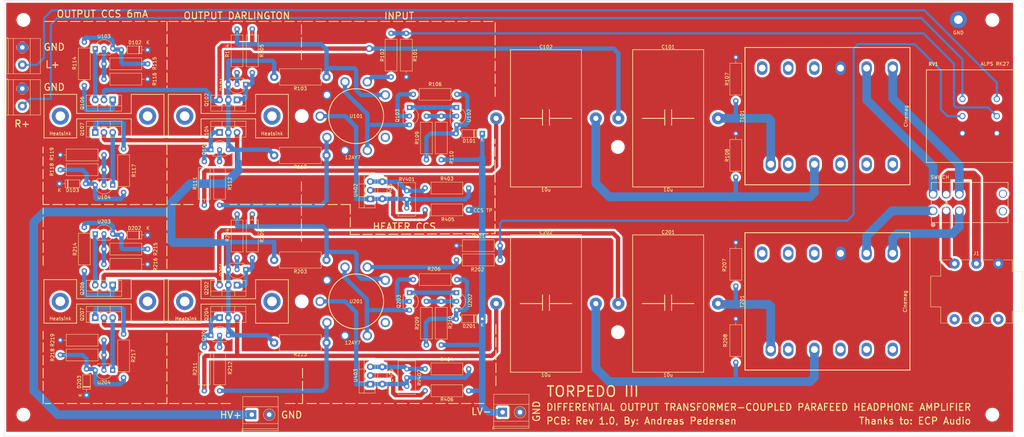
<source format=kicad_pcb>
(kicad_pcb (version 20221018) (generator pcbnew)
  (layers (0 "F.Cu" signal) (31 "B.Cu" signal) (34 "B.Paste" user) (35 "F.Paste" user) (36 "B.SilkS" user "B.Silkscreen") (37 "F.SilkS" user "F.Silkscreen") (38 "B.Mask" user) (39 "F.Mask" user) (44 "Edge.Cuts" user))
  (net 0 "")
  (net 1 "Net-(T101-AA)")
  (net 2 "GNDREF")
  (net 3 "Net-(T101-AB)")
  (net 4 "/Torpedo-iii-right/CCS+")
  (net 5 "VDC")
  (net 6 "Net-(T201-AA)")
  (net 7 "/Torpedo-iii-right/CCS-")
  (net 8 "Net-(T201-AB)")
  (net 9 "Net-(U402-VO)")
  (net 10 "Net-(U403-VO)")
  (net 11 "V-")
  (net 12 "Net-(D101-A)")
  (net 13 "Net-(D102-A)")
  (net 14 "Net-(D103-A)")
  (net 15 "Net-(D201-A)")
  (net 16 "Net-(D202-A)")
  (net 17 "Net-(D203-A)")
  (net 18 "/Torpedo-iii-left/CCS-")
  (net 19 "/Torpedo-iii-left/CCS+")
  (net 20 "Net-(Q101-E)")
  (net 21 "Net-(Q101-B)")
  (net 22 "Net-(Q103-S)")
  (net 23 "Net-(Q103-G)")
  (net 24 "Net-(Q103-D)")
  (net 25 "Net-(Q104-B)")
  (net 26 "Net-(Q105-B)")
  (net 27 "Net-(Q106-Pad1)")
  (net 28 "Net-(Q106-Pad3)")
  (net 29 "Net-(Q107-Pad1)")
  (net 30 "Net-(Q107-Pad3)")
  (net 31 "Net-(Q201-E)")
  (net 32 "Net-(Q201-B)")
  (net 33 "Net-(Q203-S)")
  (net 34 "Net-(Q203-G)")
  (net 35 "Net-(Q203-D)")
  (net 36 "Net-(Q204-B)")
  (net 37 "Net-(Q205-B)")
  (net 38 "Net-(Q206-Pad1)")
  (net 39 "Net-(Q206-Pad3)")
  (net 40 "Net-(Q207-Pad1)")
  (net 41 "Net-(Q207-Pad3)")
  (net 42 "Net-(U101A-G)")
  (net 43 "Net-(U101A-A)")
  (net 44 "Net-(R109-Pad2)")
  (net 45 "Net-(U101B-A)")
  (net 46 "Net-(R115-Pad2)")
  (net 47 "Net-(R118-Pad2)")
  (net 48 "Net-(U201A-G)")
  (net 49 "Net-(U201A-A)")
  (net 50 "Net-(R209-Pad2)")
  (net 51 "Net-(U201B-A)")
  (net 52 "Net-(R215-Pad2)")
  (net 53 "Net-(R218-Pad2)")
  (net 54 "Net-(T101-SB)")
  (net 55 "Net-(T101-SC)")
  (net 58 "HeaterCCS1")
  (net 59 "HeaterCCS2")
  (net 60 "Net-(U402-VI)")
  (net 61 "input-left")
  (net 62 "amp_in_L")
  (net 63 "amp_in_R")
  (net 64 "input-right")
  (net 65 "Net-(U403-VI)")
  (net 66 "out-winding-R-2")
  (net 67 "out-winding-R-1")
  (net 68 "out-R")
  (net 71 "out-L")
  (footprint "Resistor_THT:R_Axial_DIN0309_L9.0mm_D3.2mm_P12.70mm_Horizontal" (layer "F.Cu") (at 108.14734 76.23 180)
    (fp_text reference "R116")
    (fp_text value "2680R")
  )
  (footprint "Resistor_THT:R_Axial_DIN0309_L9.0mm_D3.2mm_P12.70mm_Horizontal" (layer "F.Cu") (at 210.75 128.935 180)
    (fp_text reference "R202")
    (fp_text value "1k")
  )
  (footprint "TerminalBlock_Phoenix:TerminalBlock_Phoenix_MKDS-1,5-2-5.08_1x02_P5.08mm_Horizontal" (layer "F.Cu") (at 138.455 174)
    (fp_text reference "J2" hide)
    (fp_text value "5.08mm Terminal")
  )
  (footprint "Package_TO_SOT_THT:TO-92_Inline_Wide" (layer "F.Cu") (at 92.90734 67.34)
    (fp_text reference "U103")
    (fp_text value "LM334Z")
  )
  (footprint "Package_TO_SOT_THT:TO-220-3_Vertical" (layer "F.Cu") (at 97.98734 82.27 180)
    (fp_text reference "Q106")
    (fp_text value "~" hide)
  )
  (footprint "Potentiometer_THT:Potentiometer_Bourns_3296W_Vertical" (layer "F.Cu") (at 183.572 113.832 -90)
    (fp_text reference "RV401")
    (fp_text value "200R")
  )
  (footprint "Package_TO_SOT_THT:TO-92_Inline_Wide" (layer "F.Cu") (at 184.355 84.485 -90)
    (fp_text reference "Q103")
    (fp_text value "DN2540N3-G")
  )
  (footprint "CustomAltiumFootprint:Mundorf Evo 10u" (layer "F.Cu") (at 224.085 141.635)
    (fp_text reference "C202")
    (fp_text value "10u")
  )
  (footprint "Resistor_THT:R_Axial_DIN0309_L9.0mm_D3.2mm_P12.70mm_Horizontal" (layer "F.Cu") (at 89.73234 119.42 -90)
    (fp_text reference "R214")
    (fp_text value "100")
  )
  (footprint "MountingHole:MountingHole_2.5mm_Pad" (layer "F.Cu") (at 344.1 58.9)
    (fp_text reference "H9" hide)
    (fp_text value "RK27 GND")
  )
  (footprint "Resistor_THT:R_Axial_DIN0309_L9.0mm_D3.2mm_P12.70mm_Horizontal" (layer "F.Cu") (at 101.16234 163.225 90)
    (fp_text reference "R217")
    (fp_text value "100")
  )
  (footprint "Resistor_THT:R_Axial_DIN0309_L9.0mm_D3.2mm_P12.70mm_Horizontal" (layer "F.Cu") (at 189.287 99.725 90)
    (fp_text reference "R109")
    (fp_text value "268R")
  )
  (footprint "TerminalBlock_Phoenix:TerminalBlock_Phoenix_MKDS-1,5-2-5.08_1x02_P5.08mm_Horizontal" (layer "F.Cu") (at 211.455 173.305)
    (fp_text reference "J3" hide)
    (fp_text value "5.08mm Terminal")
  )
  (footprint "CustomAltiumFootprint:513102B02500G" (layer "F.Cu") (at 95.44734 87.025)
    (fp_text reference "HS102" hide)
    (fp_text value "Heatsink")
  )
  (footprint "Resistor_THT:R_Axial_DIN0414_L11.9mm_D4.5mm_P15.24mm_Horizontal" (layer "F.Cu") (at 160.21734 75.595 180)
    (fp_text reference "R103")
    (fp_text value "100k")
  )
  (footprint "Resistor_THT:R_Axial_DIN0309_L9.0mm_D3.2mm_P12.70mm_Horizontal" (layer "F.Cu") (at 188.906 107.98)
    (fp_text reference "R403")
    (fp_text value "8.33")
  )
  (footprint "Package_TO_SOT_THT:TO-220-3_Vertical" (layer "F.Cu") (at 172.96 111.155 90)
    (fp_text reference "U402")
    (fp_text value "LM337")
  )
  (footprint "Resistor_THT:R_Axial_DIN0309_L9.0mm_D3.2mm_P12.70mm_Horizontal" (layer "F.Cu") (at 124.644 112.954 90)
    (fp_text reference "R111")
    (fp_text value "1k")
  )
  (footprint "Resistor_THT:R_Axial_DIN0309_L9.0mm_D3.2mm_P12.70mm_Horizontal" (layer "F.Cu") (at 134.169 61.646 -90)
    (fp_text reference "R104")
    (fp_text value "1k")
  )
  (footprint "Resistor_THT:R_Axial_DIN0309_L9.0mm_D3.2mm_P12.70mm_Horizontal" (layer "F.Cu") (at 193.605 153.7 90)
    (fp_text reference "R210")
    (fp_text value "2680R")
  )
  (footprint "MountingHole:MountingHole_3.5mm" (layer "F.Cu") (at 354 174)
    (fp_text reference "H7" hide)
    (fp_text value "MountingHole")
  )
  (footprint "Package_TO_SOT_THT:TO-220-3_Vertical" (layer "F.Cu") (at 92.90734 145.755)
    (fp_text reference "Q207")
    (fp_text value "~")
  )
  (footprint "Package_TO_SOT_THT:TO-220-3_Vertical" (layer "F.Cu") (at 134.18234 136.245 180)
    (fp_text reference "Q202")
    (fp_text value "2SC4793")
  )
  (footprint "Resistor_THT:R_Axial_DIN0414_L11.9mm_D4.5mm_P15.24mm_Horizontal" (layer "F.Cu") (at 160.21734 153.065 180)
    (fp_text reference "R213")
    (fp_text value "100k")
  )
  (footprint "Connector_Audio:Jack_6.35mm_Neutrik_NMJ6HCD2_Horizontal" (layer "F.Cu") (at 343 130)
    (fp_text reference "J1")
    (fp_text value "NMJ6HCD2")
  )
  (footprint "MountingHole:MountingHole_3.5mm" (layer "F.Cu") (at 354 59)
    (fp_text reference "H5" hide)
    (fp_text value "MountingHole")
  )
  (footprint "CustomAltiumFootprint:513102B02500G" (layer "F.Cu") (at 95.434 141)
    (fp_text reference "HS201" hide)
    (fp_text value "Heatsink")
  )
  (footprint "Resistor_THT:R_Axial_DIN0309_L9.0mm_D3.2mm_P12.70mm_Horizontal" (layer "F.Cu") (at 108.14734 71.785 180)
    (fp_text reference "R115")
    (fp_text value "268R")
  )
  (footprint "Package_TO_SOT_THT:TO-220-3_Vertical" (layer "F.Cu") (at 92.90734 91.78)
    (fp_text reference "Q107")
    (fp_text value "~" hide)
  )
  (footprint "Capacitor_THT:C_Disc_D7.5mm_W2.5mm_P5.00mm" (layer "F.Cu") (at 176.46 165.09 90)
    (fp_text reference "C406")
    (fp_text value "1u")
  )
  (footprint "CustomAltiumFootprint:Mundorf Evo 10u" (layer "F.Cu") (at 224.085 87.66)
    (fp_text reference "C102")
    (fp_text value "10u")
  )
  (footprint "Resistor_THT:R_Axial_DIN0414_L11.9mm_D4.5mm_P15.24mm_Horizontal" (layer "F.Cu") (at 160.21734 98.455 180)
    (fp_text reference "R113")
    (fp_text value "100k")
  )
  (footprint "Package_TO_SOT_THT:TO-220-3_Vertical" (layer "F.Cu") (at 134.18234 82.27 180)
    (fp_text reference "Q102")
    (fp_text value "2SC4793")
  )
  (footprint "CustomAltiumFootprint:Cinemag CM-15615PC" (layer "F.Cu") (at 306 87.025 90)
    (fp_text reference "T101")
    (fp_text value "Cinemag")
  )
  (footprint "Package_TO_SOT_THT:TO-92_Inline_Wide" (layer "F.Cu") (at 126.56234 150.885)
    (fp_text reference "Q205")
    (fp_text value "KSP42")
  )
  (footprint "CustomAltiumFootprint:513102B02500G" (layer "F.Cu") (at 131.64234 87.025)
    (fp_text reference "HS101" hide)
    (fp_text value "Heatsink")
  )
  (footprint "Diode_THT:D_DO-35_SOD27_P7.62mm_Horizontal" (layer "F.Cu") (at 205.543 146.08 180)
    (fp_text reference "D201")
    (fp_text value "1N457")
  )
  (footprint "MountingHole:MountingHole_3.5mm" (layer "F.Cu") (at 153 87)
    (fp_text reference "H8" hide)
    (fp_text value "MountingHole")
  )
  (footprint "Package_TO_SOT_THT:TO-92_Inline_Wide" (layer "F.Cu") (at 97.98734 161.066 180)
    (fp_text reference "U204")
    (fp_text value "LM334Z")
  )
  (footprint "MountingHole:MountingHole_3.5mm" (layer "F.Cu") (at 72 174)
    (fp_text reference "H1" hide)
    (fp_text value "MountingHole")
  )
  (footprint "Resistor_THT:R_Axial_DIN0309_L9.0mm_D3.2mm_P12.70mm_Horizontal" (layer "F.Cu") (at 129.10234 167.035 90)
    (fp_text reference "R212")
    (fp_text value "1k")
  )
  (footprint "Package_TO_SOT_THT:TO-92_Inline_Wide" (layer "F.Cu") (at 198.071 84.485 -90)
    (fp_text reference "U102")
    (fp_text value "LM334Z")
  )
  (footprint "Diode_THT:D_DO-35_SOD27_P7.62mm_Horizontal" (layer "F.Cu") (at 108.134 121.696 180)
    (fp_text reference "D202")
    (fp_text value "1N457")
  )
  (footprint "CustomAltiumFootprint:12AY7" (layer "F.Cu") (at 168.84 87.025)
    (fp_text reference "U101")
    (fp_text value "12AY7")
  )
  (footprint "Resistor_THT:R_Axial_DIN0309_L9.0mm_D3.2mm_P12.70mm_Horizontal" (layer "F.Cu") (at 129.089 112.954 90)
    (fp_text reference "R112")
    (fp_text value "1k")
  )
  (footprint "Capacitor_THT:C_Disc_D7.5mm_W2.5mm_P5.00mm" (layer "F.Cu") (at 176.46 111.115 90)
    (fp_text reference "C405")
    (fp_text value "1u")
  )
  (footprint "CustomKicadFootprint:Alps RK27 Stereo" (layer "F.Cu") (at 355.295 87.025)
    (fp_text reference "RV1")
    (fp_text value "Alps RK27")
  )
  (footprint "Resistor_THT:R_Axial_DIN0309_L9.0mm_D3.2mm_P12.70mm_Horizontal" (layer "F.Cu") (at 138.614 61.646 -90)
    (fp_text reference "R105")
    (fp_text value "1k")
  )
  (footprint "TerminalBlock_Phoenix:TerminalBlock_Phoenix_MKDS-1,5-2-5.08_1x02_P5.08mm_Horizontal" (layer "F.Cu") (at 71.695 79 -90)
    (fp_text reference "J5" hide)
    (fp_text value "5.08mm Terminal")
  )
  (footprint "Package_TO_SOT_THT:TO-92_Inline_Wide" (layer "F.Cu") (at 97.98734 107.091 180)
    (fp_text reference "U104")
    (fp_text value "LM334Z")
  )
  (footprint "Resistor_THT:R_Axial_DIN0309_L9.0mm_D3.2mm_P12.70mm_Horizontal" (layer "F.Cu") (at 279.33 146.08 -90)
    (fp_text reference "R208")
    (fp_text value "1M")
  )
  (footprint "Resistor_THT:R_Axial_DIN0309_L9.0mm_D3.2mm_P12.70mm_Horizontal" (layer "F.Cu") (at 82.74734 102.646)
    (fp_text reference "R118")
    (fp_text value "268R")
  )
  (footprint "CustomAltiumFootprint:Mundorf Evo 10u" (layer "F.Cu") (at 259.645 87.66)
    (fp_text reference "C101")
    (fp_text value "10u")
  )
  (footprint "Package_TO_SOT_THT:TO-92_Inline_Wide" (layer "F.Cu") (at 92.90734 121.315)
    (fp_text reference "U203")
    (fp_text value "LM334Z")
  )
  (footprint "Resistor_THT:R_Axial_DIN0309_L9.0mm_D3.2mm_P12.70mm_Horizontal" (layer "F.Cu") (at 198.177 134.65 180)
    (fp_text reference "R206")
    (fp_text value "100")
  )
  (footprint "Resistor_THT:R_Axial_DIN0309_L9.0mm_D3.2mm_P12.70mm_Horizontal" (layer "F.Cu") (at 108.14734 125.76 180)
    (fp_text reference "R215")
    (fp_text value "268R")
  )
  (footprint "Package_TO_SOT_THT:TO-92_Inline_Wide" (layer "F.Cu") (at 136.72234 131.729 180)
    (fp_text reference "Q201")
    (fp_text value "KSP42")
  )
  (footprint "Diode_THT:D_DO-35_SOD27_P7.62mm_Horizontal" (layer "F.Cu") (at 108.134 67.721 180)
    (fp_text reference "D102")
    (fp_text value "1N457")
  )
  (footprint "Resistor_THT:R_Axial_DIN0309_L9.0mm_D3.2mm_P12.70mm_Horizontal" (layer "F.Cu") (at 101.16234 109.25 90)
    (fp_text reference "R117")
    (fp_text value "100")
  )
  (footprint "Package_TO_SOT_THT:TO-220-3_Vertical" (layer "F.Cu") (at 97.98734 136.245 180)
    (fp_text reference "Q206")
    (fp_text value "~" hide)
  )
  (footprint "Resistor_THT:R_Axial_DIN0414_L11.9mm_D4.5mm_P15.24mm_Horizontal" (layer "F.Cu") (at 160.21734 128.935 180)
    (fp_text reference "R203")
    (fp_text value "100k")
  )
  (footprint "Resistor_THT:R_Axial_DIN0309_L9.0mm_D3.2mm_P12.70mm_Horizontal" (layer "F.Cu") (at 193.605 99.725 90)
    (fp_text reference "R110")
    (fp_text value "2680R")
  )
  (footprint "Resistor_THT:R_Axial_DIN0309_L9.0mm_D3.2mm_P12.70mm_Horizontal" (layer "F.Cu") (at 189.287 153.7 90)
    (fp_text reference "R209")
    (fp_text value "26.8R")
  )
  (footprint "CustomKicadFootprint:100DP1T2B4M7QE_EWI" (layer "F.Cu") (at 357.07 112.105)
    (fp_text reference "SW1")
    (fp_text value "100DP1T2B4M7QE")
  )
  (footprint "Resistor_THT:R_Axial_DIN0309_L9.0mm_D3.2mm_P12.70mm_Horizontal" (layer "F.Cu") (at 279.33 69.88 -90)
    (fp_text reference "R107")
    (fp_text value "1M")
  )
  (footprint "Resistor_THT:R_Axial_DIN0309_L9.0mm_D3.2mm_P12.70mm_Horizontal" (layer "F.Cu") (at 82.74734 98.328)
    (fp_text reference "R119")
    (fp_text value "2680R")
  )
  (footprint "Resistor_THT:R_Axial_DIN0309_L9.0mm_D3.2mm_P12.70mm_Horizontal" (layer "F.Cu") (at 279.33 92.105 -90)
    (fp_text reference "R108")
    (fp_text value "1M")
  )
  (footprint "Package_TO_SOT_THT:TO-92_Inline_Wide" (layer "F.Cu") (at 136.709 77.775 180)
    (fp_text reference "Q101")
    (fp_text value "KSP42")
  )
  (footprint "Resistor_THT:R_Axial_DIN0309_L9.0mm_D3.2mm_P12.70mm_Horizontal" (layer "F.Cu") (at 279.33 123.855 -90)
    (fp_text reference "R207")
    (fp_text value "1M")
  )
  (footprint "Package_TO_SOT_THT:TO-92_Inline_Wide" (layer "F.Cu") (at 198.071 138.46 -90)
    (fp_text reference "U202")
    (fp_text value "LM334Z")
  )
  (footprint "Package_TO_SOT_THT:TO-220-3_Vertical" (layer "F.Cu") (at 129.10234 91.78)
    (fp_text reference "Q104")
    (fp_text value "2SC4793")
  )
  (footprint "Resistor_THT:R_Axial_DIN0309_L9.0mm_D3.2mm_P12.70mm_Horizontal" (layer "F.Cu") (at 179 62.895 -90)
    (fp_text reference "R102")
    (fp_text value "1k")
  )
  (footprint "Resistor_THT:R_Axial_DIN0309_L9.0mm_D3.2mm_P12.70mm_Horizontal" (layer "F.Cu") (at 89.73234 65.435 -90)
    (fp_text reference "R114")
    (fp_text value "100")
  )
  (footprint "Resistor_THT:R_Axial_DIN0309_L9.0mm_D3.2mm_P12.70mm_Horizontal" (layer "F.Cu") (at 108.134 130.205 180)
    (fp_text reference "R216")
    (fp_text value "2680R")
  )
  (footprint "Package_TO_SOT_THT:TO-92_Inline_Wide" (layer "F.Cu") (at 126.549 96.804)
    (fp_text reference "Q105")
    (fp_text value "KSP42")
  )
  (footprint "MountingHole:MountingHole_3.5mm" (layer "F.Cu") (at 245 149.975)
    (fp_text reference "H6" hide)
    (fp_text value "MountingHole")
  )
  (footprint "Resistor_THT:R_Axial_DIN0309_L9.0mm_D3.2mm_P12.70mm_Horizontal" (layer "F.Cu") (at 138.62734 115.6 -90)
    (fp_text reference "R205")
    (fp_text value "1k")
  )
  (footprint "Diode_THT:D_DO-35_SOD27_P7.62mm_Horizontal" (layer "F.Cu") (at 82.48 106.71)
    (fp_text reference "D103")
    (fp_text value "1N457")
  )
  (footprint "Resistor_THT:R_Axial_DIN0309_L9.0mm_D3.2mm_P12.70mm_Horizontal" (layer "F.Cu") (at 134.18234 115.6 -90)
    (fp_text reference "R204")
    (fp_text value "1k")
  )
  (footprint "Resistor_THT:R_Axial_DIN0309_L9.0mm_D3.2mm_P12.70mm_Horizontal" (layer "F.Cu") (at 188.906 114.33)
    (fp_text reference "R405")
    (fp_text value "1R")
  )
  (footprint "Resistor_THT:R_Axial_DIN0309_L9.0mm_D3.2mm_P12.70mm_Horizontal" (layer "F.Cu") (at 188.906 167.035)
    (fp_text reference "R406")
    (fp_text value "1R")
  )
  (footprint "Resistor_THT:R_Axial_DIN0309_L9.0mm_D3.2mm_P12.70mm_Horizontal" (layer "F.Cu") (at 82.74734 156.621)
    (fp_text reference "R218")
    (fp_text value "268R")
  )
  (footprint "MountingHole:MountingHole_3.5mm" (layer "F.Cu") (at 72 59)
    (fp_text reference "H3" hide)
    (fp_text value "MountingHole")
  )
  (footprint "TerminalBlock_Phoenix:TerminalBlock_Phoenix_MKDS-1,5-2-5.08_1x02_P5.08mm_Horizontal" (layer "F.Cu") (at 71.695 67 -90)
    (fp_text reference "J4" hide)
    (fp_text value "5.08mm Terminal")
  )
  (footprint "CustomAltiumFootprint:513102B02500G" (layer "F.Cu") (at 131.64234 141.018)
    (fp_text reference "HS202" hide)
    (fp_text value "Heatsink")
  )
  (footprint "Resistor_THT:R_Axial_DIN0309_L9.0mm_D3.2mm_P12.70mm_Horizontal" (layer "F.Cu") (at 188.906 160.685)
    (fp_text reference "R404")
    (fp_text value "8.33")
  )
  (footprint "Diode_THT:D_DO-35_SOD27_P7.62mm_Horizontal" (layer "F.Cu") (at 90.36734 168.305 90)
    (fp_text reference "D203")
    (fp_text value "1N457")
  )
  (footprint "CustomAltiumFootprint:Mundorf Evo 10u" (layer "F.Cu") (at 259.645 141.635)
    (fp_text reference "C201")
    (fp_text value "10u")
  )
  (footprint "Resistor_THT:R_Axial_DIN0309_L9.0mm_D3.2mm_P12.70mm_Horizontal" (layer "F.Cu") (at 124.65734 167.035 90)
    (fp_text reference "R211")
    (fp_text value "1k")
  )
  (footprint "CustomAltiumFootprint:Cinemag CM-15615PC" (layer "F.Cu") (at 306 141 90)
    (fp_text reference "T201")
    (fp_text value "Cinemag")
  )
  (footprint "Resistor_THT:R_Axial_DIN0309_L9.0mm_D3.2mm_P12.70mm_Horizontal" (layer "F.Cu") (at 183.445 75.595 90)
    (fp_text reference "R101")
    (fp_text value "1M")
  )
  (footprint "MountingHole:MountingHole_3.5mm" (layer "F.Cu") (at 153 141)
    (fp_text reference "H2" hide)
    (fp_text value "MountingHole")
  )
  (footprint "MountingHole:MountingHole_3.5mm" (layer "F.Cu") (at 245 96)
    (fp_text reference "H4" hide)
    (fp_text value "MountingHole")
  )
  (footprint "Potentiometer_THT:Potentiometer_Bourns_3296W_Vertical" (layer "F.Cu") (at 183.572 165.765 -90)
    (fp_text reference "RV402")
    (fp_text value "200R")
  )
  (footprint "Resistor_THT:R_Axial_DIN0309_L9.0mm_D3.2mm_P12.70mm_Horizontal" (layer "F.Cu") (at 198.177 80.675 180)
    (fp_text reference "R106")
    (fp_text value "100")
  )
  (footprint "Resistor_THT:R_Axial_DIN0309_L9.0mm_D3.2mm_P12.70mm_Horizontal" (layer "F.Cu") (at 198.05 124.75734)
    (fp_text reference "R201")
    (fp_text value "1M")
  )
  (footprint "Package_TO_SOT_THT:TO-92_Inline_Wide" (layer "F.Cu") (at 184.355 138.46 -90)
    (fp_text reference "Q203")
    (fp_text value "DN2540N3-G")
  )
  (footprint "Diode_THT:D_DO-35_SOD27_P7.62mm_Horizontal" (layer "F.Cu") (at 205.543 92.105 180)
    (fp_text reference "D101")
    (fp_text value "1N457")
  )
  (footprint "Package_TO_SOT_THT:TO-220-3_Vertical" (layer "F.Cu") (at 129.10234 145.755)
    (fp_text reference "Q204")
    (fp_text value "2SC4793")
  )
  (footprint "Resistor_THT:R_Axial_DIN0309_L9.0mm_D3.2mm_P12.70mm_Horizontal" (layer "F.Cu") (at 82.74734 152.303)
    (fp_text reference "R219")
    (fp_text value "2680R")
  )
  (footprint "CustomAltiumFootprint:12AY7" (layer "F.Cu") (at 168.84 141)
    (fp_text reference "U201")
    (fp_text value "12AY7")
  )
  (footprint "Package_TO_SOT_THT:TO-220-3_Vertical" (layer "F.Cu") (at 172.96 165.13 90)
    (fp_text reference "U403")
    (fp_text value "LM337")
  )
  (gr_line (start 209.5 165.5) (end 209.5 147) (stroke (width 0.25) (type dash)) (layer "F.SilkS"))
  (gr_line (start 113.75 170.75) (end 78.236 170.75) (stroke (width 0.25) (type dash)) (layer "F.SilkS"))
  (gr_line (start 78.232 59.436) (end 113.284 59.436) (stroke (width 0.25) (type dash)) (layer "F.SilkS"))
  (gr_line (start 167.026 121.5) (end 209.25 121.25) (stroke (width 0.25) (type dash)) (layer "F.SilkS"))
  (gr_line (start 152.908 112.649) (end 152.908 105.156) (stroke (width 0.25) (type dash)) (layer "F.SilkS"))
  (gr_line (start 77.75 130.5) (end 77.75 113.736) (stroke (width 0.25) (type dash)) (layer "F.SilkS"))
  (gr_line (start 153.416 59.436) (end 209.296 59.436) (stroke (width 0.25) (type dash)) (layer "F.SilkS"))
  (gr_line (start 114.3 59.436) (end 152.908 59.436) (stroke (width 0.25) (type dash)) (layer "F.SilkS"))
  (gr_line (start 152.908 70.612) (end 152.908 59.69) (stroke (width 0.25) (type dash)) (layer "F.SilkS"))
  (gr_line (start 113.792 59.436) (end 113.792 78.74) (stroke (width 0.25) (type dash)) (layer "F.SilkS"))
  (gr_line (start 113.75 95.5) (end 113.792 112.776) (stroke (width 0.25) (type dash)) (layer "F.SilkS"))
  (gr_line (start 121.412 112.776) (end 114.3 112.776) (stroke (width 0.25) (type dash)) (layer "F.SilkS"))
  (gr_line (start 209.25 121.25) (end 209.25 93.75) (stroke (width 0.25) (type dash)) (layer "F.SilkS"))
  (gr_line (start 152.908 112.776) (end 132.08 112.776) (stroke (width 0.25) (type dash)) (layer "F.SilkS"))
  (gr_line (start 113.284 112.776) (end 77.724 112.776) (stroke (width 0.25) (type dash)) (layer "F.SilkS"))
  (gr_line (start 206 170.75) (end 154.0935 170.75) (stroke (width 0.25) (type dash)) (layer "F.SilkS"))
  (gr_line (start 77.724 112.776) (end 77.724 96.012) (stroke (width 0.25) (type dash)) (layer "F.SilkS"))
  (gr_line (start 113.75 113.704) (end 113.75 132.25) (stroke (width 0.25) (type dash)) (layer "F.SilkS"))
  (gr_line (start 77.75 170.75) (end 77.75 149.736) (stroke (width 0.25) (type dash)) (layer "F.SilkS"))
  (gr_line (start 209.296 81.28) (end 209.296 59.436) (stroke (width 0.25) (type dash)) (layer "F.SilkS"))
  (gr_line (start 152.908 123.5) (end 152.908 112.776) (stroke (width 0.25) (type dash)) (layer "F.SilkS"))
  (gr_line (start 113.75 150.25) (end 113.75 170.75) (stroke (width 0.25) (type dash)) (layer "F.SilkS"))
  (gr_line (start 132.25 170.75) (end 113.638 170.75) (stroke (width 0.25) (type dash)) (layer "F.SilkS"))
  (gr_line (start 148.25 170.75) (end 153.25 170.75) (stroke (width 0.25) (type dash)) (layer "F.SilkS"))
  (gr_line (start 153.25 170.75) (end 153.25 160.25) (stroke (width 0.25) (type dash)) (layer "F.SilkS"))
  (gr_line (start 167.132 112.776) (end 167.132 121.25) (stroke (width 0.25) (type dash)) (layer "F.SilkS"))
  (gr_line (start 167.132 112.776) (end 153.2255 112.776) (stroke (width 0.25) (type dash)) (layer "F.SilkS"))
  (gr_line (start 76.195 53.235) (end 66.38 53.235) (stroke (width 0.1)) (layer "Edge.Cuts"))
  (gr_line (start 360.3 180.24) (end 66.38 180.24) (stroke (width 0.1)) (layer "Edge.Cuts"))
  (gr_line (start 360.2 53.24) (end 360.3 180.24) (stroke (width 0.1)) (layer "Edge.Cuts"))
  (gr_line (start 66.38 180.24) (end 66.38 53.235) (stroke (width 0.1)) (layer "Edge.Cuts"))
  (gr_line (start 336.195 53.235) (end 360.3 53.24) (stroke (width 0.1)) (layer "Edge.Cuts"))
  (gr_line (start 76.195 53.235) (end 336.195 53.235) (stroke (width 0.1)) (layer "Edge.Cuts"))
  (gr_text "SWITCH\n" (at 335.915 105.41) (layer "F.SilkS") (effects (font (size 1 1)) (justify left bottom)))
  (gr_text "GND" (at 222.504 176.276 90) (layer "F.SilkS") (effects (font (size 2 2) (thickness 0.3)) (justify left bottom)))
  (gr_text "DIFFERENTIAL OUTPUT TRANSFORMER-COUPLED PARAFEED HEADPHONE AMPLIFIER" (at 224 173) (layer "F.SilkS") (effects (font (size 2 2) (thickness 0.3)) (justify left bottom)))
  (gr_text "OUTPUT CCS 6mA" (at 94.996 58.42) (layer "F.SilkS") (effects (font (size 2 2) (thickness 0.3)) (justify bottom)))
  (gr_text "GND" (at 77.724 68.072) (layer "F.SilkS") (effects (font (size 2 2) (thickness 0.3)) (justify left bottom)))
  (gr_text "OUTPUT DARLINGTON" (at 134.112 58.928) (layer "F.SilkS") (effects (font (size 2 2) (thickness 0.3)) (justify bottom)))
  (gr_text "GND" (at 146.812 175.26) (layer "F.SilkS") (effects (font (size 2 2) (thickness 0.3)) (justify left bottom)))
  (gr_text "CCS TP" (at 202.876 115.092) (layer "F.SilkS") (effects (font (size 1 1)) (justify left bottom)))
  (gr_text "GND" (at 77.724 79.756) (layer "F.SilkS") (effects (font (size 2 2) (thickness 0.3)) (justify left bottom)))
  (gr_text "GND" (at 344.1 63.3) (layer "F.SilkS") (effects (font (size 1 1)) (justify bottom)))
  (gr_text "HV+" (at 129.032 175.26) (layer "F.SilkS") (effects (font (size 2 2) (thickness 0.3)) (justify left bottom)))
  (gr_text "LV-" (at 202.184 174.244) (layer "F.SilkS") (effects (font (size 2 2) (thickness 0.3)) (justify left bottom)))
  (gr_text "TORPEDO III" (at 224 169) (layer "F.SilkS") (effects (font (size 3 3) (thickness 0.4)) (justify left bottom)))
  (gr_text "ALPS RK27\n" (at 350.52 72.39) (layer "F.SilkS") (effects (font (size 1 1)) (justify left bottom)))
  (gr_text "HEATER CCS" (at 182.88 120.396) (layer "F.SilkS") (effects (font (size 2 2) (thickness 0.3)) (justify bottom)))
  (gr_text "R+" (at 71.628 90.424) (layer "F.SilkS") (effects (font (size 2 2) (thickness 0.3)) (justify bottom)))
  (gr_text "INPUT" (at 181.356 59) (layer "F.SilkS") (effects (font (size 2 2) (thickness 0.3)) (justify bottom)))
  (gr_text "Thanks to: ECP Audio" (at 315 177) (layer "F.SilkS") (effects (font (size 2 2) (thickness 0.3)) (justify left bottom)))
  (gr_text "L+" (at 78.232 73.152) (layer "F.SilkS") (effects (font (size 2 2) (thickness 0.3)) (justify left bottom)))
  (gr_text "PCB: Rev 1.0, By: Andreas Pedersen" (at 224 177) (layer "F.SilkS") (effects (font (size 2 2) (thickness 0.3)) (justify left bottom)))
  (segment (start 279.33 87.66) (end 274.145 87.66) (width 2.54) (layer "B.Cu") (net 1))
  (segment (start 288.855 87.66) (end 279.33 87.66) (width 2.54) (layer "B.Cu") (net 1))
  (segment (start 289.5 101.025) (end 289.5 97.485) (width 2.54) (layer "B.Cu") (net 1))
  (segment (start 289.49 88.295) (end 288.855 87.66) (width 2.54) (layer "B.Cu") (net 1))
  (segment (start 289.5 97.485) (end 289.49 97.475) (width 2.54) (layer "B.Cu") (net 1))
  (segment (start 289.49 97.475) (end 289.49 88.295) (width 2.54) (layer "B.Cu") (net 1))
  (segment (start 279.33 82.58) (end 279.33 87.66) (width 1.27) (layer "B.Cu") (net 1))
  (segment (start 238.585 106.605) (end 238.585 87.66) (width 2.54) (layer "B.Cu") (net 3))
  (segment (start 279.33 104.805) (end 279.33 110.52) (width 1.27) (layer "B.Cu") (net 3))
  (segment (start 242.5 110.52) (end 238.585 106.605) (width 2.54) (layer "B.Cu") (net 3))
  (segment (start 300.92 110.52) (end 279.33 110.52) (width 2.54) (layer "B.Cu") (net 3))
  (segment (start 302.2 101.025) (end 302.2 109.24) (width 2.54) (layer "B.Cu") (net 3))
  (segment (start 279.33 110.52) (end 242.5 110.52) (width 2.54) (layer "B.Cu") (net 3))
  (segment (start 302.2 109.24) (end 300.92 110.52) (width 2.54) (layer "B.Cu") (net 3))
  (segment (start 138.509 120.299) (end 138.509 115.494) (width 1.27) (layer "F.Cu") (net 4))
  (segment (start 95.71 133.253) (end 128.095 133.253) (width 1.27) (layer "F.Cu") (net 4))
  (segment (start 128.984 121.061) (end 128.984 123.44732) (width 1.27) (layer "F.Cu") (net 4))
  (segment (start 129.746 120.299) (end 128.984 121.061) (width 1.27) (layer "F.Cu") (net 4))
  (segment (start 138.509 120.299) (end 129.746 120.299) (width 1.27) (layer "F.Cu") (net 4))
  (segment (start 95.34234 136.118) (end 95.34234 133.62066) (width 1.27) (layer "F.Cu") (net 4))
  (segment (start 243.665 121.188) (end 245.04 122.563) (width 1.27) (layer "F.Cu") (net 4))
  (segment (start 128.99734 123.46066) (end 128.99734 136.118) (width 1.27) (layer "F.Cu") (net 4))
  (segment (start 128.984 123.44732) (end 128.99734 123.46066) (width 1.27) (layer "F.Cu") (net 4))
  (segment (start 128.095 133.253) (end 128.99734 134.15534) (width 1.27) (layer "F.Cu") (net 4))
  (segment (start 128.99734 134.15534) (end 128.99734 136.118) (width 1.27) (layer "F.Cu") (net 4))
  (segment (start 138.509 120.299) (end 139.398 121.188) (width 1.27) (layer "F.Cu") (net 4))
  (segment (start 139.398 121.188) (end 243.665 121.188) (width 1.27) (layer "F.Cu") (net 4))
  (segment (start 95.34234 133.62066) (end 95.71 133.253) (width 1.27) (layer "F.Cu") (net 4))
  (segment (start 245.04 122.563) (end 245.04 141.508) (width 1.27) (layer "F.Cu") (net 4))
  (segment (start 131.629 77.775) (end 131.629 71.023) (width 1.27) (layer "B.Cu") (net 5))
  (segment (start 114.97234 114.965) (end 114.97234 123.22) (width 2.54) (layer "B.Cu") (net 5))
  (segment (start 131.756 123.728) (end 144.964 123.728) (width 1.27) (layer "B.Cu") (net 5))
  (segment (start 131.883 149.255) (end 133.407 150.779) (width 1.27) (layer "B.Cu") (net 5))
  (segment (start 131.64234 82.27) (end 131.64234 91.78) (width 1.27) (layer "B.Cu") (net 5))
  (segment (start 114.97234 114.965) (end 78.035 114.965) (width 2.54) (layer "B.Cu") (net 5))
  (segment (start 131.64234 123.84166) (end 131.756 123.728) (width 1.27) (layer "B.Cu") (net 5))
  (segment (start 131.64234 131.729) (end 131.64234 123.84166) (width 1.27) (layer "B.Cu") (net 5))
  (segment (start 126.94334 123.84166) (end 115.594 123.84166) (width 2.54) (layer "B.Cu") (net 5))
  (segment (start 134.55 100.36) (end 134.55 102.9) (width 1.905) (layer "B.Cu") (net 5))
  (segment (start 120.58 106.71) (end 114.97234 112.31766) (width 2.54) (layer "B.Cu") (net 5))
  (segment (start 131.64234 123.84166) (end 126.94334 123.84166) (width 1.905) (layer "B.Cu") (net 5))
  (segment (start 131.64234 96.79066) (end 131.629 96.804) (width 1.27) (layer "B.Cu") (net 5))
  (segment (start 131.629 82.25666) (end 131.64234 82.27) (width 1.27) (layer "B.Cu") (net 5))
  (segment (start 131.64234 95.28) (end 131.64234 96.79066) (width 1.27) (layer "B.Cu") (net 5))
  (segment (start 144.97734 71.41734) (end 144.97734 75.595) (width 1.27) (layer "B.Cu") (net 5))
  (segment (start 144.97734 123.74134) (end 144.97734 128.935) (width 1.27) (layer "B.Cu") (net 5))
  (segment (start 134.55 102.9) (end 130.74 106.71) (width 2.54) (layer "B.Cu") (net 5))
  (segment (start 143.32634 96.804) (end 144.97734 98.455) (width 1.27) (layer "B.Cu") (net 5))
  (segment (start 131.756 95.28) (end 133.28 96.804) (width 1.27) (layer "B.Cu") (net 5))
  (segment (start 142.79734 150.885) (end 144.97734 153.065) (width 1.27) (layer "B.Cu") (net 5))
  (segment (start 144.964 123.728) (end 144.97734 123.74134) (width 1.27) (layer "B.Cu") (net 5))
  (segment (start 144.456 70.896) (end 144.97734 71.41734) (width 1.27) (layer "B.Cu") (net 5))
  (segment (start 131.64234 145.755) (end 131.64234 150.885) (width 1.27) (layer "B.Cu") (net 5))
  (segment (start 114.97234 112.31766) (end 114.97234 114.965) (width 2.54) (layer "B.Cu") (net 5))
  (segment (start 131.629 71.023) (end 131.756 70.896) (width 1.27) (layer "B.Cu") (net 5))
  (segment (start 115.594 123.84166) (end 114.97234 123.22) (width 2.54) (layer "B.Cu") (net 5))
  (segment (start 78.035 114.965) (end 75 118) (width 2.54) (layer "B.Cu") (net 5))
  (segment (start 133.28 96.804) (end 134.55 96.804) (width 1.27) (layer "B.Cu") (net 5))
  (segment (start 131.64234 95.28) (end 131.756 95.28) (width 1.27) (layer "B.Cu") (net 5))
  (segment (start 82 174) (end 138.455 174) (width 2.54) (layer "B.Cu") (net 5))
  (segment (start 130.74 106.71) (end 120.58 106.71) (width 2.54) (layer "B.Cu") (net 5))
  (segment (start 131.64234 136.245) (end 131.64234 145.755) (width 1.27) (layer "B.Cu") (net 5))
  (segment (start 131.629 96.804) (end 133.28 96.804) (width 1.27) (layer "B.Cu") (net 5))
  (segment (start 131.629 77.775) (end 131.629 82.25666) (width 1.27) (layer "B.Cu") (net 5))
  (segment (start 131.756 70.896) (end 144.456 70.896) (width 1.27) (layer "B.Cu") (net 5))
  (segment (start 131.64234 150.885) (end 142.79734 150.885) (width 1.27) (layer "B.Cu") (net 5))
  (segment (start 131.64234 136.245) (end 131.64234 131.729) (width 1.27) (layer "B.Cu") (net 5))
  (segment (start 134.55 96.804) (end 143.32634 96.804) (width 1.27) (layer "B.Cu") (net 5))
  (segment (start 75 167) (end 82 174) (width 2.54) (layer "B.Cu") (net 5))
  (segment (start 131.64234 91.78) (end 131.64234 95.28) (width 1.27) (layer "B.Cu") (net 5))
  (segment (start 75 118) (end 75 167) (width 2.54) (layer "B.Cu") (net 5))
  (segment (start 134.55 96.804) (end 134.55 100.36) (width 1.27) (layer "B.Cu") (net 5))
  (segment (start 289.49 155.224) (end 289.49 151.684) (width 2.54) (layer "B.Cu") (net 6))
  (segment (start 289.49 151.684) (end 289.48 151.674) (width 2.54) (layer "B.Cu") (net 6))
  (segment (start 289.48 151.674) (end 289.48 142.494) (width 2.54) (layer "B.Cu") (net 6))
  (segment (start 289.48 142.494) (end 288.845 141.859) (width 2.54) (layer "B.Cu") (net 6))
  (segment (start 279.32 136.779) (end 279.32 141.859) (width 1.27) (layer "B.Cu") (net 6))
  (segment (start 288.845 141.859) (end 279.32 141.859) (width 2.54) (layer "B.Cu") (net 6))
  (segment (start 279.32 141.859) (end 274.135 141.859) (width 2.54) (layer "B.Cu") (net 6))
  (segment (start 209.607 155.5) (end 209.607 141.635) (width 1.27) (layer "F.Cu") (net 7))
  (segment (start 95.46934 147.61734) (end 95.837 147.985) (width 1.27) (layer "F.Cu") (net 7))
  (segment (start 134.191 156.875) (end 208.232 156.875) (width 1.27) (layer "F.Cu") (net 7))
  (segment (start 134.20434 145.755) (end 134.20434 156.86166) (width 1.27) (layer "F.Cu") (net 7))
  (segment (start 133.81 147.985) (end 134.20434 147.59066) (width 1.27) (layer "F.Cu") (net 7))
  (segment (start 134.20434 156.86166) (end 134.191 156.875) (width 1.27) (layer "F.Cu") (net 7))
  (segment (start 125.047 156.875) (end 134.191 156.875) (width 1.27) (layer "F.Cu") (net 7))
  (segment (start 124.666 166.929) (end 124.666 157.256) (width 1.27) (layer "F.Cu") (net 7))
  (segment (start 95.46934 145.755) (end 95.46934 147.61734) (width 1.27) (layer "F.Cu") (net 7))
  (segment (start 95.837 147.985) (end 133.81 147.985) (width 1.27) (layer "F.Cu") (net 7))
  (segment (start 208.232 156.875) (end 209.607 155.5) (width 1.27) (layer "F.Cu") (net 7))
  (segment (start 134.20434 147.59066) (end 134.20434 145.755) (width 1.27) (layer "F.Cu") (net 7))
  (segment (start 124.666 157.256) (end 125.047 156.875) (width 1.27) (layer "F.Cu") (net 7))
  (segment (start 238.585 160.453) (end 238.585 141.508) (width 2.54) (layer "B.Cu") (net 8))
  (segment (start 300.92 164.368) (end 279.33 164.368) (width 2.54) (layer "B.Cu") (net 8))
  (segment (start 279.33 164.368) (end 242.5 164.368) (width 2.54) (layer "B.Cu") (net 8))
  (segment (start 302.2 154.873) (end 302.2 163.088) (width 2.54) (layer "B.Cu") (net 8))
  (segment (start 302.2 163.088) (end 300.92 164.368) (width 2.54) (layer "B.Cu") (net 8))
  (segment (start 279.33 158.653) (end 279.33 164.368) (width 1.27) (layer "B.Cu") (net 8))
  (segment (start 242.5 164.368) (end 238.585 160.453) (width 2.54) (layer "B.Cu") (net 8))
  (segment (start 180.935 106.115) (end 183.572 108.752) (width 1.27) (layer "B.Cu") (net 9))
  (segment (start 176.42 106.075) (end 176.46 106.115) (width 1.27) (layer "B.Cu") (net 9))
  (segment (start 183.572 108.752) (end 188.134 108.752) (width 1.27) (layer "B.Cu") (net 9))
  (segment (start 176.46 106.115) (end 180.935 106.115) (width 1.27) (layer "B.Cu") (net 9))
  (segment (start 188.134 108.752) (end 188.906 107.98) (width 1.27) (layer "B.Cu") (net 9))
  (segment (start 172.96 106.075) (end 176.42 106.075) (width 1.27) (layer "B.Cu") (net 9))
  (segment (start 183.572 108.752) (end 183.399 108.925) (width 1.27) (layer "B.Cu") (net 9))
  (segment (start 182.977 160.09) (end 183.572 160.685) (width 1.27) (layer "B.Cu") (net 10))
  (segment (start 176.46 160.09) (end 182.977 160.09) (width 1.27) (layer "B.Cu") (net 10))
  (segment (start 188.906 160.685) (end 183.572 160.685) (width 1.27) (layer "B.Cu") (net 10))
  (segment (start 173 160.09) (end 172.96 160.05) (width 1.27) (layer "B.Cu") (net 10))
  (segment (start 176.46 160.09) (end 173 160.09) (width 1.27) (layer "B.Cu") (net 10))
  (segment (start 205.543 114.24) (end 205.543 99.217) (width 1.905) (layer "B.Cu") (net 11))
  (segment (start 205.543 171.543) (end 207.305 173.305) (width 1.905) (layer "B.Cu") (net 11))
  (segment (start 204.908 153.7) (end 205.543 153.065) (width 1.27) (layer "B.Cu") (net 11))
  (segment (start 201.606 167.035) (end 205.543 167.035) (width 1.27) (layer "B.Cu") (net 11))
  (segment (start 205.543 153.065) (end 205.543 146.08) (width 1.27) (layer "B.Cu") (net 11))
  (segment (start 193.605 99.725) (end 205.035 99.725) (width 1.27) (layer "B.Cu") (net 11))
  (segment (start 205.543 146.08) (end 205.543 109.16) (width 1.905) (layer "B.Cu") (net 11))
  (segment (start 193.605 153.7) (end 204.908 153.7) (width 1.27) (layer "B.Cu") (net 11))
  (segment (start 207.305 173.305) (end 211.455 173.305) (width 1.905) (layer "B.Cu") (net 11))
  (segment (start 201.606 114.33) (end 205.453 114.33) (width 1.905) (layer "B.Cu") (net 11))
  (segment (start 205.543 99.217) (end 205.543 92.105) (width 1.27) (layer "B.Cu") (net 11))
  (segment (start 205.453 114.33) (end 205.543 114.24) (width 1.905) (layer "B.Cu") (net 11))
  (segment (start 205.543 165) (end 205.543 167.035) (width 1.905) (layer "B.Cu") (net 11))
  (segment (start 205.035 99.725) (end 205.543 99.217) (width 1.27) (layer "B.Cu") (net 11))
  (segment (start 205.543 146.08) (end 205.543 165) (width 1.905) (layer "B.Cu") (net 11))
  (segment (start 205.543 165) (end 205.543 171.543) (width 1.905) (layer "B.Cu") (net 11))
  (segment (start 201.225 81.31) (end 200.59 80.675) (width 1.27) (layer "B.Cu") (net 12))
  (segment (start 189.287 93.248) (end 190.43 92.105) (width 1.27) (layer "B.Cu") (net 12))
  (segment (start 200.59 89.565) (end 201.225 88.93) (width 1.27) (layer "B.Cu") (net 12))
  (segment (start 198.071 91.957) (end 197.923 92.105) (width 1.27) (layer "B.Cu") (net 12))
  (segment (start 201.225 88.93) (end 201.225 81.31) (width 1.27) (layer "B.Cu") (net 12))
  (segment (start 200.59 80.675) (end 198.177 80.675) (width 1.27) (layer "B.Cu") (net 12))
  (segment (start 198.071 89.565) (end 198.071 91.957) (width 1.27) (layer "B.Cu") (net 12))
  (segment (start 190.43 92.105) (end 197.923 92.105) (width 1.27) (layer "B.Cu") (net 12))
  (segment (start 198.071 89.565) (end 200.59 89.565) (width 1.27) (layer "B.Cu") (net 12))
  (segment (start 189.287 99.725) (end 189.287 93.248) (width 1.27) (layer "B.Cu") (net 12))
  (segment (start 100.52734 67.615) (end 98.26234 67.615) (width 1.27) (layer "B.Cu") (net 13))
  (segment (start 97.98734 65.06734) (end 97.98734 67.34) (width 1.27) (layer "B.Cu") (net 13))
  (segment (start 100.895 71.785) (end 108.14734 71.785) (width 1.27) (layer "B.Cu") (net 13))
  (segment (start 89.73234 65.435) (end 89.73234 64.53266) (width 1.27) (layer "B.Cu") (net 13))
  (segment (start 100.52734 67.615) (end 100.52734 71.41734) (width 1.27) (layer "B.Cu") (net 13))
  (segment (start 90.1 64.165) (end 97.085 64.165) (width 1.27) (layer "B.Cu") (net 13))
  (segment (start 89.73234 64.53266) (end 90.1 64.165) (width 1.27) (layer "B.Cu") (net 13))
  (segment (start 98.26234 67.615) (end 97.98734 67.34) (width 1.27) (layer "B.Cu") (net 13))
  (segment (start 100.52734 71.41734) (end 100.895 71.785) (width 1.27) (layer "B.Cu") (net 13))
  (segment (start 97.085 64.165) (end 97.98734 65.06734) (width 1.27) (layer "B.Cu") (net 13))
  (segment (start 93.275 111.155) (end 100.26 111.155) (width 1.27) (layer "B.Cu") (net 14))
  (segment (start 92.52634 106.71) (end 92.90734 107.091) (width 1.27) (layer "B.Cu") (net 14))
  (segment (start 82.74734 102.646) (end 89.211 102.646) (width 1.27) (layer "B.Cu") (net 14))
  (segment (start 90.36734 103.80234) (end 90.36734 106.71) (width 1.27) (layer "B.Cu") (net 14))
  (segment (start 90.36734 106.71) (end 92.52634 106.71) (width 1.27) (layer "B.Cu") (net 14))
  (segment (start 89.211 102.646) (end 90.36734 103.80234) (width 1.27) (layer "B.Cu") (net 14))
  (segment (start 101.16234 110.25266) (end 101.16234 109.25) (width 1.27) (layer "B.Cu") (net 14))
  (segment (start 92.90734 107.091) (end 92.90734 110.78734) (width 1.27) (layer "B.Cu") (net 14))
  (segment (start 92.90734 110.78734) (end 93.275 111.155) (width 1.27) (layer "B.Cu") (net 14))
  (segment (start 100.26 111.155) (end 101.16234 110.25266) (width 1.27) (layer "B.Cu") (net 14))
  (segment (start 197.944 143.54) (end 197.944 145.932) (width 1.27) (layer "B.Cu") (net 15))
  (segment (start 200.463 143.54) (end 201.098 142.905) (width 1.27) (layer "B.Cu") (net 15))
  (segment (start 201.098 135.285) (end 200.463 134.65) (width 1.27) (layer "B.Cu") (net 15))
  (segment (start 189.16 153.7) (end 189.16 147.223) (width 1.27) (layer "B.Cu") (net 15))
  (segment (start 197.944 145.932) (end 197.796 146.08) (width 1.27) (layer "B.Cu") (net 15))
  (segment (start 200.463 134.65) (end 198.05 134.65) (width 1.27) (layer "B.Cu") (net 15))
  (segment (start 189.16 147.223) (end 190.303 146.08) (width 1.27) (layer "B.Cu") (net 15))
  (segment (start 190.303 146.08) (end 197.796 146.08) (width 1.27) (layer "B.Cu") (net 15))
  (segment (start 197.944 143.54) (end 200.463 143.54) (width 1.27) (layer "B.Cu") (net 15))
  (segment (start 201.098 142.905) (end 201.098 135.285) (width 1.27) (layer "B.Cu") (net 15))
  (segment (start 90.1 118.14) (end 97.085 118.14) (width 1.27) (layer "B.Cu") (net 16))
  (segment (start 98.26234 121.59) (end 97.98734 121.315) (width 1.27) (layer "B.Cu") (net 16))
  (segment (start 100.52734 121.59) (end 98.26234 121.59) (width 1.27) (layer "B.Cu") (net 16))
  (segment (start 89.73234 118.50766) (end 90.1 118.14) (width 1.27) (layer "B.Cu") (net 16))
  (segment (start 100.52734 125.39234) (end 100.895 125.76) (width 1.27) (layer "B.Cu") (net 16))
  (segment (start 97.98734 119.04234) (end 97.98734 121.315) (width 1.27) (layer "B.Cu") (net 16))
  (segment (start 100.52734 121.59) (end 100.52734 125.39234) (width 1.27) (layer "B.Cu") (net 16))
  (segment (start 89.73234 119.41) (end 89.73234 118.50766) (width 1.27) (layer "B.Cu") (net 16))
  (segment (start 97.085 118.14) (end 97.98734 119.04234) (width 1.27) (layer "B.Cu") (net 16))
  (segment (start 100.895 125.76) (end 108.14734 125.76) (width 1.27) (layer "B.Cu") (net 16))
  (segment (start 92.90734 164.76234) (end 93.275 165.13) (width 1.27) (layer "B.Cu") (net 17))
  (segment (start 89.211 156.621) (end 90.36734 157.77734) (width 1.27) (layer "B.Cu") (net 17))
  (segment (start 82.74734 156.621) (end 89.211 156.621) (width 1.27) (layer "B.Cu") (net 17))
  (segment (start 101.16234 164.22766) (end 101.16234 163.225) (width 1.27) (layer "B.Cu") (net 17))
  (segment (start 90.36734 160.685) (end 92.52634 160.685) (width 1.27) (layer "B.Cu") (net 17))
  (segment (start 90.36734 157.77734) (end 90.36734 160.685) (width 1.27) (layer "B.Cu") (net 17))
  (segment (start 100.26 165.13) (end 101.16234 164.22766) (width 1.27) (layer "B.Cu") (net 17))
  (segment (start 92.90734 161.066) (end 92.90734 164.76234) (width 1.27) (layer "B.Cu") (net 17))
  (segment (start 92.52634 160.685) (end 92.90734 161.066) (width 1.27) (layer "B.Cu") (net 17))
  (segment (start 93.275 165.13) (end 100.26 165.13) (width 1.27) (layer "B.Cu") (net 17))
  (segment (start 95.44734 93.64234) (end 95.815 94.01) (width 1.27) (layer "F.Cu") (net 18))
  (segment (start 134.18234 93.61566) (end 134.18234 91.78) (width 1.27) (layer "F.Cu") (net 18))
  (segment (start 208.21 102.9) (end 209.585 101.525) (width 1.27) (layer "F.Cu") (net 18))
  (segment (start 124.644 103.281) (end 125.025 102.9) (width 1.27) (layer "F.Cu") (net 18))
  (segment (start 95.44734 91.78) (end 95.44734 93.64234) (width 1.27) (layer "F.Cu") (net 18))
  (segment (start 209.585 101.525) (end 209.585 87.66) (width 1.27) (layer "F.Cu") (net 18))
  (segment (start 133.788 94.01) (end 134.18234 93.61566) (width 1.27) (layer "F.Cu") (net 18))
  (segment (start 134.18234 102.88666) (end 134.169 102.9) (width 1.27) (layer "F.Cu") (net 18))
  (segment (start 124.644 112.954) (end 124.644 103.281) (width 1.27) (layer "F.Cu") (net 18))
  (segment (start 134.169 102.9) (end 208.21 102.9) (width 1.27) (layer "F.Cu") (net 18))
  (segment (start 134.18234 91.78) (end 134.18234 102.88666) (width 1.27) (layer "F.Cu") (net 18))
  (segment (start 125.025 102.9) (end 134.169 102.9) (width 1.27) (layer "F.Cu") (net 18))
  (segment (start 95.815 94.01) (end 133.788 94.01) (width 1.27) (layer "F.Cu") (net 18))
  (segment (start 172.65 67.34) (end 139.503 67.34) (width 1.27) (layer "F.Cu") (net 19))
  (segment (start 129.10234 69.61266) (end 129.10234 82.27) (width 1.27) (layer "F.Cu") (net 19))
  (segment (start 129.089 67.213) (end 129.089 69.59932) (width 1.27) (layer "F.Cu") (net 19))
  (segment (start 129.851 66.451) (end 129.089 67.213) (width 1.27) (layer "F.Cu") (net 19))
  (segment (start 129.089 69.59932) (end 129.10234 69.61266) (width 1.27) (layer "F.Cu") (net 19))
  (segment (start 138.614 66.451) (end 129.851 66.451) (width 1.27) (layer "F.Cu") (net 19))
  (segment (start 138.614 66.451) (end 138.614 61.646) (width 1.27) (layer "F.Cu") (net 19))
  (segment (start 139.503 67.34) (end 138.614 66.451) (width 1.27) (layer "F.Cu") (net 19))
  (via (at 172.65 67.34) (size 2) (drill 1.2) (layers "F.Cu" "B.Cu") (net 19))
  (segment (start 126.93 82.58) (end 128.79234 82.58) (width 1.27) (layer "B.Cu") (net 19))
  (segment (start 95.815 79.405) (end 125.025 79.405) (width 1.27) (layer "B.Cu") (net 19))
  (segment (start 125.025 79.405) (end 126.295 80.675) (width 1.27) (layer "B.Cu") (net 19))
  (segment (start 95.44734 79.77266) (end 95.815 79.405) (width 1.27) (layer "B.Cu") (net 19))
  (segment (start 126.295 80.675) (end 126.295 81.945) (width 1.27) (layer "B.Cu") (net 19))
  (segment (start 128.79234 82.58) (end 129.10234 82.27) (width 1.27) (layer "B.Cu") (net 19))
  (segment (start 245.145 87.66) (end 245.145 68.715) (width 1.27) (layer "B.Cu") (net 19))
  (segment (start 95.44734 82.27) (end 95.44734 79.77266) (width 1.27) (layer "B.Cu") (net 19))
  (segment (start 126.295 81.945) (end 126.93 82.58) (width 1.27) (layer "B.Cu") (net 19))
  (segment (start 243.77 67.34) (end 172.65 67.34) (width 1.27) (layer "B.Cu") (net 19))
  (segment (start 245.145 68.715) (end 243.77 67.34) (width 1.27) (layer "B.Cu") (net 19))
  (segment (start 138.085 77.775) (end 136.709 77.775) (width 1.27) (layer "B.Cu") (net 20))
  (segment (start 136.709 77.775) (end 136.709 81.691) (width 1.27) (layer "B.Cu") (net 20))
  (segment (start 136.328 82.072) (end 134.38034 82.072) (width 1.27) (layer "B.Cu") (net 20))
  (segment (start 138.614 74.346) (end 138.614 77.246) (width 1.27) (layer "B.Cu") (net 20))
  (segment (start 138.614 77.246) (end 138.085 77.775) (width 1.27) (layer "B.Cu") (net 20))
  (segment (start 136.709 81.691) (end 136.328 82.072) (width 1.27) (layer "B.Cu") (net 20))
  (segment (start 134.38034 82.072) (end 134.18234 82.27) (width 1.27) (layer "B.Cu") (net 20))
  (segment (start 134.169 74.346) (end 134.169 77.775) (width 1.27) (layer "B.Cu") (net 21))
  (segment (start 198.071 84.485) (end 184.355 84.485) (width 1.27) (layer "B.Cu") (net 22))
  (segment (start 180.905 81.31) (end 180.905 86.39) (width 1.27) (layer "B.Cu") (net 23))
  (segment (start 181.54 80.675) (end 180.905 81.31) (width 1.27) (layer "B.Cu") (net 23))
  (segment (start 185.477 80.675) (end 181.54 80.675) (width 1.27) (layer "B.Cu") (net 23))
  (segment (start 181.54 87.025) (end 184.355 87.025) (width 1.27) (layer "B.Cu") (net 23))
  (segment (start 180.905 86.39) (end 181.54 87.025) (width 1.27) (layer "B.Cu") (net 23))
  (segment (start 172.08468 89.565) (end 172.08468 86.45968) (width 1.27) (layer "B.Cu") (net 24))
  (segment (start 172.08468 86.45968) (end 165.59532 79.97032) (width 1.27) (layer "B.Cu") (net 24))
  (segment (start 165.59532 79.97032) (end 165.59532 77.03891) (width 1.27) (layer "B.Cu") (net 24))
  (segment (start 172.08468 89.565) (end 172.08468 97.01109) (width 1.27) (layer "B.Cu") (net 24))
  (segment (start 184.355 89.565) (end 172.08468 89.565) (width 1.27) (layer "B.Cu") (net 24))
  (segment (start 126.549 92.359) (end 126.549 96.804) (width 1.27) (layer "B.Cu") (net 25))
  (segment (start 124.644 96.804) (end 124.644 100.254) (width 1.27) (layer "B.Cu") (net 25))
  (segment (start 126.549 96.804) (end 124.644 96.804) (width 1.27) (layer "B.Cu") (net 25))
  (segment (start 129.10234 91.78) (end 127.128 91.78) (width 1.27) (layer "B.Cu") (net 25))
  (segment (start 127.128 91.78) (end 126.549 92.359) (width 1.27) (layer "B.Cu") (net 25))
  (segment (start 129.089 96.804) (end 129.089 100.254) (width 1.27) (layer "B.Cu") (net 26))
  (segment (start 97.72 85.12) (end 90.1 85.12) (width 1.27) (layer "B.Cu") (net 27))
  (segment (start 97.98734 82.27) (end 97.98734 84.85266) (width 1.27) (layer "B.Cu") (net 27))
  (segment (start 97.98734 84.85266) (end 97.72 85.12) (width 1.27) (layer "B.Cu") (net 27))
  (segment (start 90.1 85.12) (end 89.73234 84.75234) (width 1.27) (layer "B.Cu") (net 27))
  (segment (start 89.73234 84.75234) (end 89.73234 78.135) (width 1.27) (layer "B.Cu") (net 27))
  (segment (start 92.90734 67.34) (end 92.90734 82.27) (width 1.27) (layer "B.Cu") (net 28))
  (segment (start 92.90734 89.29766) (end 93.275 88.93) (width 1.27) (layer "B.Cu") (net 29))
  (segment (start 101.16234 89.19734) (end 101.16234 96.55) (width 1.27) (layer "B.Cu") (net 29))
  (segment (start 100.895 88.93) (end 101.16234 89.19734) (width 1.27) (layer "B.Cu") (net 29))
  (segment (start 93.275 88.93) (end 100.895 88.93) (width 1.27) (layer "B.Cu") (net 29))
  (segment (start 92.90734 91.78) (end 92.90734 89.29766) (width 1.27) (layer "B.Cu") (net 29))
  (segment (start 97.98734 107.091) (end 97.98734 91.78) (width 1.27) (layer "B.Cu") (net 30))
  (segment (start 138.62734 131.08066) (end 137.979 131.729) (width 1.27) (layer "B.Cu") (net 31))
  (segment (start 134.36534 136.428) (end 134.18234 136.245) (width 1.27) (layer "B.Cu") (net 31))
  (segment (start 136.72234 131.729) (end 136.72234 136.03366) (width 1.27) (layer "B.Cu") (net 31))
  (segment (start 138.62734 128.3) (end 138.62734 131.08066) (width 1.27) (layer "B.Cu") (net 31))
  (segment (start 137.979 131.729) (end 136.72234 131.729) (width 1.27) (layer "B.Cu") (net 31))
  (segment (start 136.328 136.428) (end 134.36534 136.428) (width 1.27) (layer "B.Cu") (net 31))
  (segment (start 136.72234 136.03366) (end 136.328 136.428) (width 1.27) (layer "B.Cu") (net 31))
  (segment (start 134.18234 128.3) (end 134.18234 131.729) (width 1.27) (layer "B.Cu") (net 32))
  (segment (start 197.944 138.46) (end 184.228 138.46) (width 1.27) (layer "B.Cu") (net 33))
  (segment (start 181.413 141) (end 184.228 141) (width 1.27) (layer "B.Cu") (net 34))
  (segment (start 181.413 134.65) (end 180.778 135.285) (width 1.27) (layer "B.Cu") (net 34))
  (segment (start 180.778 135.285) (end 180.778 140.365) (width 1.27) (layer "B.Cu") (net 34))
  (segment (start 185.35 134.65) (end 181.413 134.65) (width 1.27) (layer "B.Cu") (net 34))
  (segment (start 180.778 140.365) (end 181.413 141) (width 1.27) (layer "B.Cu") (net 34))
  (segment (start 171.95768 143.54) (end 171.95768 140.43468) (width 1.27) (layer "B.Cu") (net 35))
  (segment (start 165.46832 133.94532) (end 165.46832 131.01391) (width 1.27) (layer "B.Cu") (net 35))
  (segment (start 171.95768 143.54) (end 171.95768 150.98609) (width 1.27) (layer "B.Cu") (net 35))
  (segment (start 171.95768 140.43468) (end 165.46832 133.94532) (width 1.27) (layer "B.Cu") (net 35))
  (segment (start 184.228 143.54) (end 171.95768 143.54) (width 1.27) (layer "B.Cu") (net 35))
  (segment (start 124.644 151.16) (end 124.65734 151.17334) (width 1.27) (layer "B.Cu") (net 36))
  (segment (start 127.255 145.755) (end 126.56234 146.44766) (width 1.27) (layer "B.Cu") (net 36))
  (segment (start 124.919 150.885) (end 124.644 151.16) (width 1.27) (layer "B.Cu") (net 36))
  (segment (start 126.56234 146.44766) (end 126.56234 150.885) (width 1.27) (layer "B.Cu") (net 36))
  (segment (start 124.65734 151.17334) (end 124.65734 154.335) (width 1.27) (layer "B.Cu") (net 36))
  (segment (start 129.10234 145.755) (end 127.255 145.755) (width 1.27) (layer "B.Cu") (net 36))
  (segment (start 126.56234 150.885) (end 124.919 150.885) (width 1.27) (layer "B.Cu") (net 36))
  (segment (start 129.10234 150.885) (end 129.10234 154.335) (width 1.27) (layer "B.Cu") (net 37))
  (segment (start 89.73234 138.72734) (end 89.73234 132.11) (width 1.27) (layer "B.Cu") (net 38))
  (segment (start 97.72 139.095) (end 90.1 139.095) (width 1.27) (layer "B.Cu") (net 38))
  (segment (start 97.98734 138.82766) (end 97.72 139.095) (width 1.27) (layer "B.Cu") (net 38))
  (segment (start 90.1 139.095) (end 89.73234 138.72734) (width 1.27) (layer "B.Cu") (net 38))
  (segment (start 97.98734 136.245) (end 97.98734 138.82766) (width 1.27) (layer "B.Cu") (net 38))
  (segment (start 92.90734 121.315) (end 92.90734 136.245) (width 1.27) (layer "B.Cu") (net 39))
  (segment (start 100.88166 143.032) (end 101.149 143.29934) (width 1.27) (layer "B.Cu") (net 40))
  (segment (start 92.894 143.39966) (end 93.26166 143.032) (width 1.27) (layer "B.Cu") (net 40))
  (segment (start 92.894 145.882) (end 92.894 143.39966) (width 1.27) (layer "B.Cu") (net 40))
  (segment (start 93.26166 143.032) (end 100.88166 143.032) (width 1.27) (layer "B.Cu") (net 40))
  (segment (start 101.149 143.29934) (end 101.149 150.652) (width 1.27) (layer "B.Cu") (net 40))
  (segment (start 97.974 161.066) (end 97.974 145.755) (width 1.27) (layer "B.Cu") (net 41))
  (segment (start 173.52859 75.595) (end 172.08468 77.03891) (width 1.27) (layer "B.Cu") (net 42))
  (segment (start 179 75.595) (end 173.52859 75.595) (width 1.27) (layer "B.Cu") (net 42))
  (segment (start 134.423 66.07) (end 134.169 65.816) (width 1.27) (layer "B.Cu") (net 43))
  (segment (start 158.68 66.07) (end 134.423 66.07) (width 1.27) (layer "B.Cu") (net 43))
  (segment (start 168.84 79.405) (end 170.28825 80.85325) (width 1.27) (layer "B.Cu") (net 43))
  (segment (start 168.84 73.69) (end 168.84 79.405) (width 1.27) (layer "B.Cu") (net 43))
  (segment (start 160.21734 75.595) (end 160.21734 73.42266) (width 1.27) (layer "B.Cu") (net 43))
  (segment (start 170.28825 80.85325) (end 177.33468 80.85325) (width 1.27) (layer "B.Cu") (net 43))
  (segment (start 134.169 65.816) (end 134.169 61.646) (width 1.27) (layer "B.Cu") (net 43))
  (segment (start 168.205 73.055) (end 168.84 73.69) (width 1.27) (layer "B.Cu") (net 43))
  (segment (start 160.21734 73.42266) (end 160.585 73.055) (width 1.27) (layer "B.Cu") (net 43))
  (segment (start 158.68 66.07) (end 160.21734 67.60734) (width 1.27) (layer "B.Cu") (net 43))
  (segment (start 160.21734 67.60734) (end 160.21734 75.595) (width 1.27) (layer "B.Cu") (net 43))
  (segment (start 160.585 73.055) (end 168.205 73.055) (width 1.27) (layer "B.Cu") (net 43))
  (segment (start 193.605 87.025) (end 189.287 87.025) (width 1.27) (layer "B.Cu") (net 44))
  (segment (start 198.071 87.025) (end 193.605 87.025) (width 1.27) (layer "B.Cu") (net 44))
  (segment (start 160.19675 93.19675) (end 160 93) (width 0.635) (layer "B.Cu") (net 45))
  (segment (start 129.089 112.954) (end 158.786 112.954) (width 1.27) (layer "B.Cu") (net 45))
  (segment (start 158.786 112.954) (end 160.21734 111.52266) (width 1.27) (layer "B.Cu") (net 45))
  (segment (start 160.34532 98.32702) (end 160.21734 98.455) (width 1.27) (layer "B.Cu") (net 45))
  (segment (start 160.21734 111.52266) (end 160.21734 98.455) (width 1.27) (layer "B.Cu") (net 45))
  (segment (start 160.34532 93.19675) (end 160.19675 93.19675) (width 0.635) (layer "B.Cu") (net 45))
  (segment (start 160.21734 98.455) (end 160.21734 93.32473) (width 1.27) (layer "B.Cu") (net 45))
  (segment (start 160.21734 93.32473) (end 160.34532 93.19675) (width 1.27) (layer "B.Cu") (net 45))
  (segment (start 95.44734 67.34) (end 95.44734 71.785) (width 1.27) (layer "B.Cu") (net 46))
  (segment (start 95.44734 76.23) (end 95.44734 71.785) (width 1.27) (layer "B.Cu") (net 46))
  (segment (start 95.44734 107.091) (end 95.44734 102.646) (width 1.27) (layer "B.Cu") (net 47))
  (segment (start 95.44734 102.646) (end 95.44734 98.328) (width 1.27) (layer "B.Cu") (net 47))
  (segment (start 197.24109 131.01391) (end 198.05 130.205) (width 1.27) (layer "B.Cu") (net 48))
  (segment (start 171.95768 131.01391) (end 197.24109 131.01391) (width 1.27) (layer "B.Cu") (net 48))
  (segment (start 198.05 130.205) (end 198.05 128.935) (width 1.27) (layer "B.Cu") (net 48))
  (segment (start 168.948535 127.23275) (end 168.948535 132.94775) (width 1.27) (layer "B.Cu") (net 49))
  (segment (start 134.18234 119.04234) (end 134.296 119.156) (width 1.27) (layer "B.Cu") (net 49))
  (segment (start 134.18234 115.6) (end 134.18234 119.04234) (width 1.27) (layer "B.Cu") (net 49))
  (segment (start 160.325875 126.96541) (end 160.693535 126.59775) (width 1.27) (layer "B.Cu") (net 49))
  (segment (start 160.325875 129.13775) (end 160.325875 126.96541) (width 1.27) (layer "B.Cu") (net 49))
  (segment (start 159.188 119.156) (end 160.21734 120.18534) (width 1.27) (layer "B.Cu") (net 49))
  (segment (start 170.396785 134.396) (end 177.443215 134.396) (width 1.27) (layer "B.Cu") (net 49))
  (segment (start 168.313535 126.59775) (end 168.948535 127.23275) (width 1.27) (layer "B.Cu") (net 49))
  (segment (start 160.693535 126.59775) (end 168.313535 126.59775) (width 1.27) (layer "B.Cu") (net 49))
  (segment (start 168.948535 132.94775) (end 170.396785 134.396) (width 1.27) (layer "B.Cu") (net 49))
  (segment (start 160.21734 120.18534) (end 160.21734 128.935) (width 1.27) (layer "B.Cu") (net 49))
  (segment (start 134.296 119.156) (end 159.188 119.156) (width 1.27) (layer "B.Cu") (net 49))
  (segment (start 197.944 141) (end 193.478 141) (width 1.27) (layer "B.Cu") (net 50))
  (segment (start 193.478 141) (end 189.16 141) (width 1.27) (layer "B.Cu") (net 50))
  (segment (start 159.061 167.035) (end 160.21734 165.87866) (width 1.27) (layer "B.Cu") (net 51))
  (segment (start 129.10234 167.035) (end 159.061 167.035) (width 1.27) (layer "B.Cu") (net 51))
  (segment (start 160.21734 153.065) (end 160.21734 147.29973) (width 1.27) (layer "B.Cu") (net 51))
  (segment (start 160.21734 147.29973) (end 160.34532 147.17175) (width 1.27) (layer "B.Cu") (net 51))
  (segment (start 160.34532 152.93702) (end 160.21734 153.065) (width 1.27) (layer "B.Cu") (net 51))
  (segment (start 160.21734 165.87866) (end 160.21734 153.065) (width 1.27) (layer "B.Cu") (net 51))
  (segment (start 95.44734 121.315) (end 95.44734 125.76) (width 1.27) (layer "B.Cu") (net 52))
  (segment (start 95.44734 130.205) (end 95.44734 125.76) (width 1.27) (layer "B.Cu") (net 52))
  (segment (start 95.434 161.066) (end 95.434 156.621) (width 1.27) (layer "B.Cu") (net 53))
  (segment (start 95.434 156.621) (end 95.434 152.303) (width 1.27) (layer "B.Cu") (net 53))
  (segment (start 325 81.86) (end 341.38 98.24) (width 2.54) (layer "B.Cu") (net 54))
  (segment (start 325 73.025) (end 325 81.86) (width 2.54) (layer "B.Cu") (net 54))
  (segment (start 344.37 101.25) (end 344.37 109.779) (width 2.54) (layer "B.Cu") (net 54))
  (segment (start 341.38 98.24) (end 341.37 98.25) (width 2.54) (layer "B.Cu") (net 54))
  (segment (start 341.37 98.25) (end 344.37 101.25) (width 2.54) (layer "B.Cu") (net 54))
  (segment (start 336.75 101.61) (end 336.75 109.779) (width 2.54) (layer "B.Cu") (net 55))
  (segment (start 317.4 82.26) (end 336.75 101.61) (width 2.54) (layer "B.Cu") (net 55))
  (segment (start 317.4 73.025) (end 317.4 82.26) (width 2.54) (layer "B.Cu") (net 55))
  (segment (start 168.84 90.2) (end 168.84 111.155) (width 1.27) (layer "B.Cu") (net 58))
  (segment (start 176.46 111.115) (end 183.395 111.115) (width 1.27) (layer "B.Cu") (net 58))
  (segment (start 183.572 111.292) (end 200.58 111.292) (width 1.27) (layer "B.Cu") (net 58))
  (segment (start 176.42 111.155) (end 176.46 111.115) (width 1.27) (layer "B.Cu") (net 58))
  (segment (start 200.58 111.292) (end 201.606 110.266) (width 1.27) (layer "B.Cu") (net 58))
  (segment (start 201.606 110.266) (end 201.606 107.98) (width 1.27) (layer "B.Cu") (net 58))
  (segment (start 183.395 111.115) (end 183.572 111.292) (width 1.27) (layer "B.Cu") (net 58))
  (segment (start 165.665 87.025) (end 168.84 90.2) (width 1.27) (layer "B.Cu") (net 58))
  (segment (start 168.84 111.155) (end 172.96 111.155) (width 1.27) (layer "B.Cu") (net 58))
  (segment (start 158.34 87.025) (end 165.665 87.025) (width 1.27) (layer "B.Cu") (net 58))
  (segment (start 172.96 111.155) (end 176.42 111.155) (width 1.27) (layer "B.Cu") (net 58))
  (segment (start 183.572 111.292) (end 183.572 113.832) (width 1.27) (layer "B.Cu") (net 58))
  (segment (start 168.84 144.175) (end 168.84 165.13) (width 1.27) (layer "B.Cu") (net 59))
  (segment (start 183.572 163.225) (end 183.572 165.765) (width 1.27) (layer "B.Cu") (net 59))
  (segment (start 158.34 141) (end 165.665 141) (width 1.27) (layer "B.Cu") (net 59))
  (segment (start 176.46 165.09) (end 182.897 165.09) (width 1.27) (layer "B.Cu") (net 59))
  (segment (start 168.84 165.13) (end 172.96 165.13) (width 1.27) (layer "B.Cu") (net 59))
  (segment (start 200.59 163.225) (end 201.606 162.209) (width 1.27) (layer "B.Cu") (net 59))
  (segment (start 165.665 141) (end 168.84 144.175) (width 1.27) (layer "B.Cu") (net 59))
  (segment (start 182.897 165.09) (end 183.572 165.765) (width 1.27) (layer "B.Cu") (net 59))
  (segment (start 201.606 162.209) (end 201.606 160.685) (width 1.27) (layer "B.Cu") (net 59))
  (segment (start 176.46 165.09) (end 173 165.09) (width 1.27) (layer "B.Cu") (net 59))
  (segment (start 173 165.09) (end 172.96 165.13) (width 1.27) (layer "B.Cu") (net 59))
  (segment (start 183.572 163.225) (end 200.59 163.225) (width 1.27) (layer "B.Cu") (net 59))
  (segment (start 172.96 108.615) (end 179 108.615) (width 1.27) (layer "F.Cu") (net 60))
  (segment (start 179 108.615) (end 179.635 109.25) (width 1.27) (layer "F.Cu") (net 60))
  (segment (start 188.906 115.854) (end 188.906 114.33) (width 1.27) (layer "F.Cu") (net 60))
  (segment (start 188.525 116.235) (end 188.906 115.854) (width 1.27) (layer "F.Cu") (net 60))
  (segment (start 180.27 116.235) (end 188.525 116.235) (width 1.27) (layer "F.Cu") (net 60))
  (segment (start 179.635 115.6) (end 180.27 116.235) (width 1.27) (layer "F.Cu") (net 60))
  (segment (start 179.635 109.25) (end 179.635 115.6) (width 1.27) (layer "F.Cu") (net 60))
  (segment (start 355.295 82.025) (end 355.295 77.265) (width 0.635) (layer "B.Cu") (net 61))
  (segment (start 355.295 77.265) (end 334.194 56.164) (width 0.635) (layer "B.Cu") (net 61))
  (segment (start 78 70) (end 75.92 72.08) (width 0.635) (layer "B.Cu") (net 61))
  (segment (start 334.194 56.164) (end 80.321 56.164) (width 0.635) (layer "B.Cu") (net 61))
  (segment (start 78 58.485) (end 78 70) (width 0.635) (layer "B.Cu") (net 61))
  (segment (start 75.92 72.08) (end 71.695 72.08) (width 0.635) (layer "B.Cu") (net 61))
  (segment (start 80.321 56.164) (end 78 58.485) (width 0.635) (layer "B.Cu") (net 61))
  (segment (start 342.83 71.785) (end 342.83 83.85) (width 0.635) (layer "B.Cu") (net 62))
  (segment (start 342.83 83.85) (end 343.465 84.485) (width 0.635) (layer "B.Cu") (net 62))
  (segment (start 352.755 84.485) (end 355.295 87.025) (width 0.635) (layer "B.Cu") (net 62))
  (segment (start 343.465 84.485) (end 352.755 84.485) (width 0.635) (layer "B.Cu") (net 62))
  (segment (start 333.94 62.895) (end 342.83 71.785) (width 0.635) (layer "B.Cu") (net 62))
  (segment (start 179 62.895) (end 183.445 62.895) (width 1.27) (layer "B.Cu") (net 62))
  (segment (start 183.445 62.895) (end 333.94 62.895) (width 0.635) (layer "B.Cu") (net 62))
  (segment (start 331.4 66.07) (end 314.89 66.07) (width 0.635) (layer "B.Cu") (net 63))
  (segment (start 311.715 117.505) (end 211.385 117.505) (width 0.635) (layer "B.Cu") (net 63))
  (segment (start 210.75 124.75734) (end 210.75 128.935) (width 1.27) (layer "B.Cu") (net 63))
  (segment (start 340.925 87.025) (end 345.295 87.025) (width 0.635) (layer "B.Cu") (net 63))
  (segment (start 339.02 85.12) (end 339.02 73.69) (width 0.635) (layer "B.Cu") (net 63))
  (segment (start 313.62 67.34) (end 313.62 115.6) (width 0.635) (layer "B.Cu") (net 63))
  (segment (start 339.02 73.69) (end 331.4 66.07) (width 0.635) (layer "B.Cu") (net 63))
  (segment (start 314.89 66.07) (end 313.62 67.34) (width 0.635) (layer "B.Cu") (net 63))
  (segment (start 210.75 118.14) (end 210.75 124.75734) (width 0.635) (layer "B.Cu") (net 63))
  (segment (start 313.62 115.6) (end 311.715 117.505) (width 0.635) (layer "B.Cu") (net 63))
  (segment (start 211.385 117.505) (end 210.75 118.14) (width 0.635) (layer "B.Cu") (net 63))
  (segment (start 340.925 87.025) (end 339.02 85.12) (width 0.635) (layer "B.Cu") (net 63))
  (segment (start 333.305 58.45) (end 345.295 70.44) (width 0.635) (layer "B.Cu") (net 64))
  (segment (start 345.295 70.44) (end 345.295 82.025) (width 0.635) (layer "B.Cu") (net 64))
  (segment (start 80 60.362) (end 79.9665 60.3285) (width 0.635) (layer "B.Cu") (net 64))
  (segment (start 71.695 84.08) (end 73.775 82) (width 0.635) (layer "B.Cu") (net 64))
  (segment (start 81.845 58.45) (end 333.305 58.45) (width 0.635) (layer "B.Cu") (net 64))
  (segment (start 73.775 82) (end 80 82) (width 0.635) (layer "B.Cu") (net 64))
  (segment (start 79.9665 60.3285) (end 81.845 58.45) (width 0.635) (layer "B.Cu") (net 64))
  (segment (start 80 82) (end 80 60.362) (width 0.635) (layer "B.Cu") (net 64))
  (segment (start 179 162.59) (end 179.635 163.225) (width 1.27) (layer "F.Cu") (net 65))
  (segment (start 180.27 168.305) (end 187.636 168.305) (width 1.27) (layer "F.Cu") (net 65))
  (segment (start 172.96 162.59) (end 179 162.59) (width 1.27) (layer "F.Cu") (net 65))
  (segment (start 179.635 163.225) (end 179.635 167.67) (width 1.27) (layer "F.Cu") (net 65))
  (segment (start 179.635 167.67) (end 180.27 168.305) (width 1.27) (layer "F.Cu") (net 65))
  (segment (start 187.636 168.305) (end 188.906 167.035) (width 1.27) (layer "F.Cu") (net 65))
  (segment (start 317.4 121.98) (end 324.775 114.605) (width 2.54) (layer "B.Cu") (net 66))
  (segment (start 317.4 127) (end 317.4 121.98) (width 2.54) (layer "B.Cu") (net 66))
  (segment (start 324.775 114.605) (end 336.75 114.605) (width 2.54) (layer "B.Cu") (net 66))
  (segment (start 342.38 121.24) (end 326.38 121.24) (width 2.54) (layer "B.Cu") (net 67))
  (segment (start 326.38 121.24) (end 325 122.62) (width 2.54) (layer "B.Cu") (net 67))
  (segment (start 325 122.62) (end 325 127) (width 2.54) (layer "B.Cu") (net 67))
  (segment (start 344.37 114.605) (end 344.37 119.25) (width 2.54) (layer "B.Cu") (net 67))
  (segment (start 344.37 119.25) (end 342.38 121.24) (width 2.54) (layer "B.Cu") (net 67))
  (segment (start 340.544 128.554) (end 340.56 128.538) (width 2.54) (layer "F.Cu") (net 68))
  (segment (start 340.544 128.554) (end 341.99 130) (width 2.54) (layer "F.Cu") (net 68))
  (segment (start 340.56 128.538) (end 340.56 114.605) (width 2.54) (layer "F.Cu") (net 68))
  (segment (start 341.99 130) (end 343 130) (width 2.54) (layer "F.Cu") (net 68))
  (segment (start 340.56 104.916) (end 341.306 104.17) (width 2.54) (layer "F.Cu") (net 71))
  (segment (start 349.35 105.15) (end 349.35 130) (width 2.54) (layer "F.Cu") (net 71))
  (segment (start 341.306 104.17) (end 348.37 104.17) (width 2.54) (layer "F.Cu") (net 71))
  (segment (start 340.56 109.779) (end 340.56 104.916) (width 2.54) (layer "F.Cu") (net 71))
  (segment (start 348.37 104.17) (end 349.35 105.15) (width 2.54) (layer "F.Cu") (net 71))
  (zone (net 2) (net_name "GNDREF") (layer "F.Cu") (connect_pads yes (clearance 0.7)) (min_thickness 0.25) (fill yes (thermal_gap 0.5) (thermal_bridge_width 0.5))
    (polygon (pts (xy 67 54) (xy 360 54) (xy 360 179) (xy 67 179)))
  )
)
</source>
